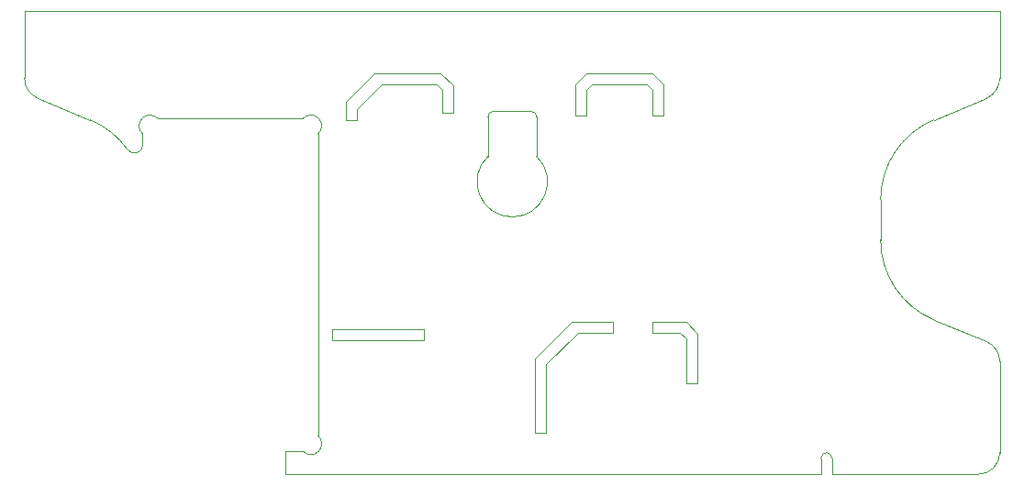
<source format=gko>
G04 Layer_Color=16711935*
%FSLAX44Y44*%
%MOMM*%
G71*
G01*
G75*
%ADD85C,0.0130*%
%ADD86C,0.0127*%
D85*
X407950Y-27036D02*
G03*
X402950Y-32036I0J-5000D01*
G01*
X447950D02*
G03*
X442950Y-27036I-5000J0D01*
G01*
X402950Y-68584D02*
G03*
X447950Y-68584I22500J-23452D01*
G01*
X720362Y-347214D02*
G03*
X710362Y-347214I-5000J0D01*
G01*
X855362Y-362214D02*
G03*
X875362Y-342214I0J20000D01*
G01*
Y-258078D02*
G03*
X863016Y-239600I-20000J0D01*
G01*
X765362Y-145696D02*
G03*
X814748Y-219607I80000J0D01*
G01*
Y-34822D02*
G03*
X765362Y-108732I30615J-73910D01*
G01*
X863016Y-14828D02*
G03*
X875362Y3650I-7654J18478D01*
G01*
X-24638D02*
G03*
X-12292Y-14828I20000J0D01*
G01*
X70733Y-62617D02*
G03*
X35977Y-34822I-65371J-46115D01*
G01*
X70733Y-62617D02*
G03*
X84362Y-58294I6129J4323D01*
G01*
X98487Y-33714D02*
G03*
X84362Y-47839I-7408J-6718D01*
G01*
X246362D02*
G03*
X232237Y-33714I-6718J7408D01*
G01*
Y-340714D02*
G03*
X246362Y-326589I7408J6718D01*
G01*
X402950Y-68584D02*
Y-32036D01*
X402950D02*
X402950D01*
X407950Y-27036D02*
Y-27036D01*
Y-27036D02*
X442950D01*
Y-27036D01*
X447950Y-32036D02*
X447950D01*
X447950Y-68584D02*
Y-32036D01*
X554482Y-231252D02*
X580136D01*
X585724Y-236840D01*
Y-277988D02*
Y-236840D01*
Y-277988D02*
X596646D01*
Y-232522D01*
X585724Y-221600D02*
X596646Y-232522D01*
X554482Y-221600D02*
X585724D01*
X554482Y-231252D02*
Y-221600D01*
X446024Y-323454D02*
Y-255382D01*
X480314Y-221092D01*
X518160D01*
Y-231252D02*
Y-221092D01*
X485902Y-231252D02*
X518160D01*
X456946Y-260208D02*
X485902Y-231252D01*
X456946Y-323454D02*
Y-260208D01*
X446024Y-323454D02*
X456946D01*
X483870Y-31100D02*
X494030D01*
Y-6970D01*
X499110Y-1890D01*
X549910D01*
X554990Y-6970D01*
Y-31100D02*
Y-6970D01*
Y-31100D02*
X565150D01*
Y-1890D01*
X554990Y8270D02*
X565150Y-1890D01*
X494030Y8270D02*
X554990D01*
X483870Y-1890D02*
X494030Y8270D01*
X483870Y-31100D02*
Y-1890D01*
X259080Y-238110D02*
X344170D01*
Y-227950D01*
X259080D02*
X344170D01*
X259080Y-238110D02*
Y-227950D01*
X271780Y-34910D02*
X281940D01*
Y-24750D01*
X292100Y-14590D01*
X304800Y-1890D01*
X355600D01*
X360680Y-6970D01*
Y-28560D02*
Y-6970D01*
Y-28560D02*
X370840D01*
Y-3160D01*
X359410Y8270D02*
X370840Y-3160D01*
X298450Y8270D02*
X359410D01*
X271780Y-18400D02*
X298450Y8270D01*
X271780Y-34910D02*
Y-18400D01*
X216362Y-362214D02*
Y-340714D01*
Y-362214D02*
X710362D01*
Y-347214D01*
X710362D02*
X710362D01*
X720362Y-362214D02*
Y-347214D01*
Y-362214D02*
X855362D01*
X875362Y-342214D02*
Y-258078D01*
X863016Y-239600D02*
Y-239600D01*
X814748Y-219607D02*
X863016Y-239600D01*
X814748Y-219607D02*
Y-219607D01*
X765362Y-145696D02*
Y-108732D01*
X814748Y-34822D02*
Y-34821D01*
X863016Y-14828D01*
Y-14828D02*
Y-14828D01*
X875362Y3650D02*
Y65400D01*
X-24638D02*
X875362D01*
X-24638Y3650D02*
Y65400D01*
X-12292Y-14828D02*
X-12292Y-14828D01*
X35977Y-34821D01*
Y-34822D02*
Y-34821D01*
X70733Y-62617D02*
X70733Y-62617D01*
X84362Y-58294D02*
Y-47839D01*
X98487Y-33714D02*
X232237D01*
X246362Y-326589D02*
Y-47839D01*
X216362Y-340714D02*
X232237D01*
D86*
X447951Y-32097D02*
G03*
X442951Y-27097I-5000J0D01*
G01*
X407951D02*
G03*
X402951Y-32097I0J-5000D01*
G01*
X402951Y-68645D02*
G03*
X447951Y-68645I22500J-23452D01*
G01*
X70733Y-62617D02*
G03*
X35977Y-34822I-65371J-46115D01*
G01*
X70733Y-62617D02*
G03*
X84362Y-58294I6129J4323D01*
G01*
X98487Y-33714D02*
G03*
X84362Y-47839I-7408J-6718D01*
G01*
X246362D02*
G03*
X232237Y-33714I-6718J7408D01*
G01*
Y-340714D02*
G03*
X246362Y-326589I7408J6718D01*
G01*
X720362Y-347214D02*
G03*
X710362Y-347214I-5000J0D01*
G01*
X855362Y-362214D02*
G03*
X875362Y-342214I0J20000D01*
G01*
Y-258078D02*
G03*
X863016Y-239600I-20000J0D01*
G01*
X765362Y-145696D02*
G03*
X814748Y-219607I80000J0D01*
G01*
Y-34822D02*
G03*
X765362Y-108732I30615J-73910D01*
G01*
X863016Y-14828D02*
G03*
X875362Y3650I-7654J18478D01*
G01*
X-24638D02*
G03*
X-12292Y-14828I20000J0D01*
G01*
X402950Y-68584D02*
G03*
X447950Y-68584I22500J-23452D01*
G01*
X407950Y-27036D02*
G03*
X402950Y-32036I0J-5000D01*
G01*
X447950D02*
G03*
X442950Y-27036I-5000J0D01*
G01*
X-24638Y3650D02*
Y65400D01*
X875362D01*
X447951Y-68645D02*
Y-32097D01*
X407951Y-27097D02*
X442951D01*
X402951Y-68645D02*
Y-32097D01*
X84362Y-58294D02*
Y-47839D01*
X98487Y-33714D02*
X232237D01*
X246362Y-326589D02*
Y-47839D01*
X216362Y-340714D02*
X232237D01*
X216362Y-362214D02*
Y-340714D01*
Y-362214D02*
X710362D01*
Y-347214D01*
X720362Y-362214D02*
Y-347214D01*
Y-362214D02*
X855362D01*
X875362Y-342214D02*
Y-258078D01*
X814748Y-219607D02*
X863016Y-239600D01*
X765362Y-145696D02*
Y-108732D01*
X814748Y-34821D02*
X863016Y-14828D01*
X875362Y3650D02*
Y65400D01*
X-12292Y-14828D02*
X35977Y-34821D01*
X402950Y-68584D02*
Y-32036D01*
X407950Y-27036D02*
X442950D01*
X447950Y-68584D02*
Y-32036D01*
M02*

</source>
